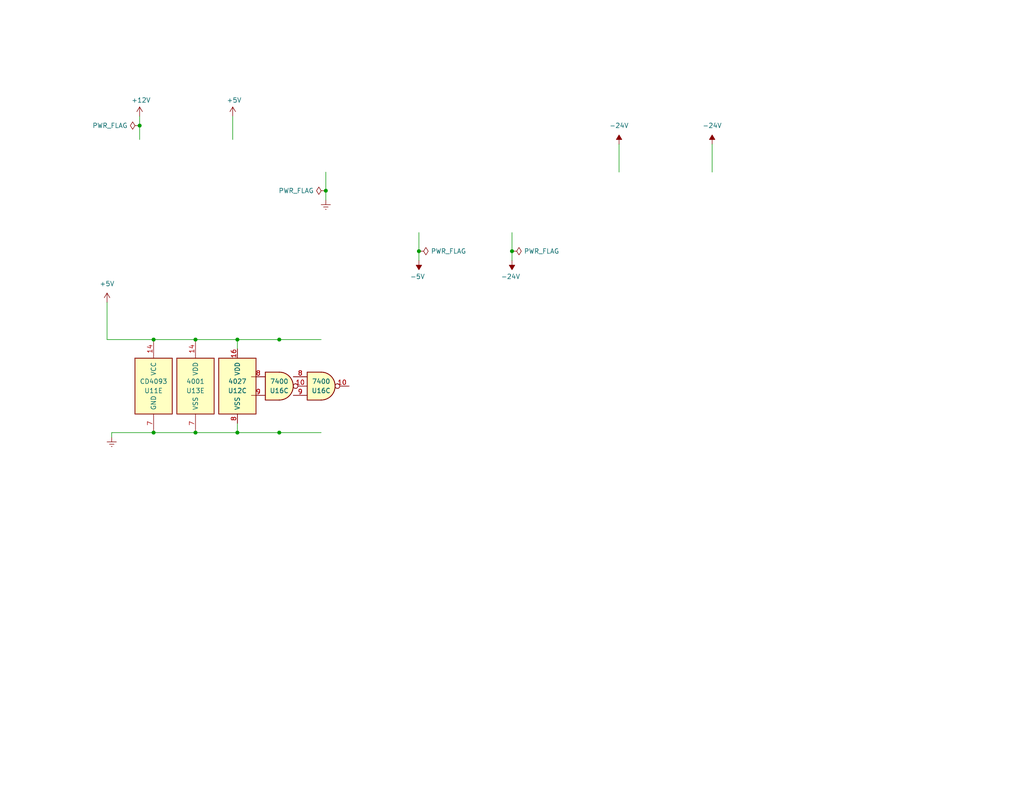
<source format=kicad_sch>
(kicad_sch (version 20230121) (generator eeschema)
  (paper "A")
  (lib_symbols
    (symbol "4xxx:4001" (pin_names (offset 1.016))
      (property "Reference" "U" (at 0 1.27 0))
      (property "Value" "4001" (at 0 -1.27 0))
      (symbol "4001_1_1"
        (arc (start -3.81 -3.81) (mid -2.589 0) (end -3.81 3.81) (stroke (width 0.254)))
        (arc (start -0.6096 -3.81) (mid 2.1842 -2.5851) (end 3.81 0) (stroke (width 0.254)) (fill (type background)))
        (polyline (pts (xy -3.81 -3.81) (xy -0.635 -3.81)) (stroke (width 0.254)) (fill (type background)))
        (polyline (pts (xy -3.81 3.81) (xy -0.635 3.81)) (stroke (width 0.254)) (fill (type background)))
        (polyline (pts (xy -0.635 3.81) (xy -3.81 3.81) (xy -3.81 3.81) (xy -3.556 3.4036) (xy -3.0226 2.2606) (xy -2.6924 1.0414) (xy -2.6162 -0.254) (xy -2.7686 -1.4986) (xy -3.175 -2.7178) (xy -3.81 -3.81) (xy -3.81 -3.81) (xy -0.635 -3.81)) (stroke (width -25.4)) (fill (type background)))
        (arc (start 3.81 0) (mid 2.1915 2.5936) (end -0.6096 3.81) (stroke (width 0.254)) (fill (type background)))
        (pin input line (at -7.62 2.54 0) (length 4.318) (name "~") (number "1"))
        (pin input line (at -7.62 -2.54 0) (length 4.318) (name "~") (number "2"))
        (pin output inverted (at 7.62 0 180) (length 3.81) (name "~") (number "3"))
      )
      (symbol "4001_1_2"
        (arc (start 0 -3.81) (mid 3.7934 0) (end 0 3.81) (stroke (width 0.254)) (fill (type background)))
        (polyline (pts (xy 0 3.81) (xy -3.81 3.81) (xy -3.81 -3.81) (xy 0 -3.81)) (stroke (width 0.254)) (fill (type background)))
        (pin input inverted (at -7.62 2.54 0) (length 3.81) (name "~") (number "1"))
        (pin input inverted (at -7.62 -2.54 0) (length 3.81) (name "~") (number "2"))
        (pin output line (at 7.62 0 180) (length 3.81) (name "~") (number "3"))
      )
      (symbol "4001_2_1"
        (arc (start -3.81 -3.81) (mid -2.589 0) (end -3.81 3.81) (stroke (width 0.254)))
        (arc (start -0.6096 -3.81) (mid 2.1842 -2.5851) (end 3.81 0) (stroke (width 0.254)) (fill (type background)))
        (polyline (pts (xy -3.81 -3.81) (xy -0.635 -3.81)) (stroke (width 0.254)) (fill (type background)))
        (polyline (pts (xy -3.81 3.81) (xy -0.635 3.81)) (stroke (width 0.254)) (fill (type background)))
        (polyline (pts (xy -0.635 3.81) (xy -3.81 3.81) (xy -3.81 3.81) (xy -3.556 3.4036) (xy -3.0226 2.2606) (xy -2.6924 1.0414) (xy -2.6162 -0.254) (xy -2.7686 -1.4986) (xy -3.175 -2.7178) (xy -3.81 -3.81) (xy -3.81 -3.81) (xy -0.635 -3.81)) (stroke (width -25.4)) (fill (type background)))
        (arc (start 3.81 0) (mid 2.1915 2.5936) (end -0.6096 3.81) (stroke (width 0.254)) (fill (type background)))
        (pin output inverted (at 7.62 0 180) (length 3.81) (name "~") (number "4"))
        (pin input line (at -7.62 2.54 0) (length 4.318) (name "~") (number "5"))
        (pin input line (at -7.62 -2.54 0) (length 4.318) (name "~") (number "6"))
      )
      (symbol "4001_2_2"
        (arc (start 0 -3.81) (mid 3.7934 0) (end 0 3.81) (stroke (width 0.254)) (fill (type background)))
        (polyline (pts (xy 0 3.81) (xy -3.81 3.81) (xy -3.81 -3.81) (xy 0 -3.81)) (stroke (width 0.254)) (fill (type background)))
        (pin output line (at 7.62 0 180) (length 3.81) (name "~") (number "4"))
        (pin input inverted (at -7.62 2.54 0) (length 3.81) (name "~") (number "5"))
        (pin input inverted (at -7.62 -2.54 0) (length 3.81) (name "~") (number "6"))
      )
      (symbol "4001_3_1"
        (arc (start -3.81 -3.81) (mid -2.589 0) (end -3.81 3.81) (stroke (width 0.254)))
        (arc (start -0.6096 -3.81) (mid 2.1842 -2.5851) (end 3.81 0) (stroke (width 0.254)) (fill (type background)))
        (polyline (pts (xy -3.81 -3.81) (xy -0.635 -3.81)) (stroke (width 0.254)) (fill (type background)))
        (polyline (pts (xy -3.81 3.81) (xy -0.635 3.81)) (stroke (width 0.254)) (fill (type background)))
        (polyline (pts (xy -0.635 3.81) (xy -3.81 3.81) (xy -3.81 3.81) (xy -3.556 3.4036) (xy -3.0226 2.2606) (xy -2.6924 1.0414) (xy -2.6162 -0.254) (xy -2.7686 -1.4986) (xy -3.175 -2.7178) (xy -3.81 -3.81) (xy -3.81 -3.81) (xy -0.635 -3.81)) (stroke (width -25.4)) (fill (type background)))
        (arc (start 3.81 0) (mid 2.1915 2.5936) (end -0.6096 3.81) (stroke (width 0.254)) (fill (type background)))
        (pin output inverted (at 7.62 0 180) (length 3.81) (name "~") (number "10"))
        (pin input line (at -7.62 2.54 0) (length 4.318) (name "~") (number "8"))
        (pin input line (at -7.62 -2.54 0) (length 4.318) (name "~") (number "9"))
      )
      (symbol "4001_3_2"
        (arc (start 0 -3.81) (mid 3.7934 0) (end 0 3.81) (stroke (width 0.254)) (fill (type background)))
        (polyline (pts (xy 0 3.81) (xy -3.81 3.81) (xy -3.81 -3.81) (xy 0 -3.81)) (stroke (width 0.254)) (fill (type background)))
        (pin output line (at 7.62 0 180) (length 3.81) (name "~") (number "10"))
        (pin input inverted (at -7.62 2.54 0) (length 3.81) (name "~") (number "8"))
        (pin input inverted (at -7.62 -2.54 0) (length 3.81) (name "~") (number "9"))
      )
      (symbol "4001_4_1"
        (arc (start -3.81 -3.81) (mid -2.589 0) (end -3.81 3.81) (stroke (width 0.254)))
        (arc (start -0.6096 -3.81) (mid 2.1842 -2.5851) (end 3.81 0) (stroke (width 0.254)) (fill (type background)))
        (polyline (pts (xy -3.81 -3.81) (xy -0.635 -3.81)) (stroke (width 0.254)) (fill (type background)))
        (polyline (pts (xy -3.81 3.81) (xy -0.635 3.81)) (stroke (width 0.254)) (fill (type background)))
        (polyline (pts (xy -0.635 3.81) (xy -3.81 3.81) (xy -3.81 3.81) (xy -3.556 3.4036) (xy -3.0226 2.2606) (xy -2.6924 1.0414) (xy -2.6162 -0.254) (xy -2.7686 -1.4986) (xy -3.175 -2.7178) (xy -3.81 -3.81) (xy -3.81 -3.81) (xy -0.635 -3.81)) (stroke (width -25.4)) (fill (type background)))
        (arc (start 3.81 0) (mid 2.1915 2.5936) (end -0.6096 3.81) (stroke (width 0.254)) (fill (type background)))
        (pin output inverted (at 7.62 0 180) (length 3.81) (name "~") (number "11"))
        (pin input line (at -7.62 2.54 0) (length 4.318) (name "~") (number "12"))
        (pin input line (at -7.62 -2.54 0) (length 4.318) (name "~") (number "13"))
      )
      (symbol "4001_4_2"
        (arc (start 0 -3.81) (mid 3.7934 0) (end 0 3.81) (stroke (width 0.254)) (fill (type background)))
        (polyline (pts (xy 0 3.81) (xy -3.81 3.81) (xy -3.81 -3.81) (xy 0 -3.81)) (stroke (width 0.254)) (fill (type background)))
        (pin output line (at 7.62 0 180) (length 3.81) (name "~") (number "11"))
        (pin input inverted (at -7.62 2.54 0) (length 3.81) (name "~") (number "12"))
        (pin input inverted (at -7.62 -2.54 0) (length 3.81) (name "~") (number "13"))
      )
      (symbol "4001_5_0"
        (pin power_in line (at 0 12.7 270) (length 5.08) (name "VDD") (number "14"))
        (pin power_in line (at 0 -12.7 90) (length 5.08) (name "VSS") (number "7"))
      )
      (symbol "4001_5_1"
        (rectangle (start -5.08 7.62) (end 5.08 -7.62) (stroke (width 0.254)) (fill (type background)))
      )
    )
    (symbol "4xxx:4011" (pin_names (offset 1.016))
      (property "Reference" "U" (at 0 1.27 0))
      (property "Value" "4011" (at 0 -1.27 0))
      (symbol "4011_1_1"
        (arc (start 0 -3.81) (mid 3.7934 0) (end 0 3.81) (stroke (width 0.254)) (fill (type background)))
        (polyline (pts (xy 0 3.81) (xy -3.81 3.81) (xy -3.81 -3.81) (xy 0 -3.81)) (stroke (width 0.254)) (fill (type background)))
        (pin input line (at -7.62 2.54 0) (length 3.81) (name "~") (number "1"))
        (pin input line (at -7.62 -2.54 0) (length 3.81) (name "~") (number "2"))
        (pin output inverted (at 7.62 0 180) (length 3.81) (name "~") (number "3"))
      )
      (symbol "4011_1_2"
        (arc (start -3.81 -3.81) (mid -2.589 0) (end -3.81 3.81) (stroke (width 0.254)))
        (arc (start -0.6096 -3.81) (mid 2.1842 -2.5851) (end 3.81 0) (stroke (width 0.254)) (fill (type background)))
        (polyline (pts (xy -3.81 -3.81) (xy -0.635 -3.81)) (stroke (width 0.254)) (fill (type background)))
        (polyline (pts (xy -3.81 3.81) (xy -0.635 3.81)) (stroke (width 0.254)) (fill (type background)))
        (polyline (pts (xy -0.635 3.81) (xy -3.81 3.81) (xy -3.81 3.81) (xy -3.556 3.4036) (xy -3.0226 2.2606) (xy -2.6924 1.0414) (xy -2.6162 -0.254) (xy -2.7686 -1.4986) (xy -3.175 -2.7178) (xy -3.81 -3.81) (xy -3.81 -3.81) (xy -0.635 -3.81)) (stroke (width -25.4)) (fill (type background)))
        (arc (start 3.81 0) (mid 2.1915 2.5936) (end -0.6096 3.81) (stroke (width 0.254)) (fill (type background)))
        (pin input inverted (at -7.62 2.54 0) (length 4.318) (name "~") (number "1"))
        (pin input inverted (at -7.62 -2.54 0) (length 4.318) (name "~") (number "2"))
        (pin output line (at 7.62 0 180) (length 3.81) (name "~") (number "3"))
      )
      (symbol "4011_2_1"
        (arc (start 0 -3.81) (mid 3.7934 0) (end 0 3.81) (stroke (width 0.254)) (fill (type background)))
        (polyline (pts (xy 0 3.81) (xy -3.81 3.81) (xy -3.81 -3.81) (xy 0 -3.81)) (stroke (width 0.254)) (fill (type background)))
        (pin output inverted (at 7.62 0 180) (length 3.81) (name "~") (number "4"))
        (pin input line (at -7.62 2.54 0) (length 3.81) (name "~") (number "5"))
        (pin input line (at -7.62 -2.54 0) (length 3.81) (name "~") (number "6"))
      )
      (symbol "4011_2_2"
        (arc (start -3.81 -3.81) (mid -2.589 0) (end -3.81 3.81) (stroke (width 0.254)))
        (arc (start -0.6096 -3.81) (mid 2.1842 -2.5851) (end 3.81 0) (stroke (width 0.254)) (fill (type background)))
        (polyline (pts (xy -3.81 -3.81) (xy -0.635 -3.81)) (stroke (width 0.254)) (fill (type background)))
        (polyline (pts (xy -3.81 3.81) (xy -0.635 3.81)) (stroke (width 0.254)) (fill (type background)))
        (polyline (pts (xy -0.635 3.81) (xy -3.81 3.81) (xy -3.81 3.81) (xy -3.556 3.4036) (xy -3.0226 2.2606) (xy -2.6924 1.0414) (xy -2.6162 -0.254) (xy -2.7686 -1.4986) (xy -3.175 -2.7178) (xy -3.81 -3.81) (xy -3.81 -3.81) (xy -0.635 -3.81)) (stroke (width -25.4)) (fill (type background)))
        (arc (start 3.81 0) (mid 2.1915 2.5936) (end -0.6096 3.81) (stroke (width 0.254)) (fill (type background)))
        (pin output line (at 7.62 0 180) (length 3.81) (name "~") (number "4"))
        (pin input inverted (at -7.62 2.54 0) (length 4.318) (name "~") (number "5"))
        (pin input inverted (at -7.62 -2.54 0) (length 4.318) (name "~") (number "6"))
      )
      (symbol "4011_3_1"
        (arc (start 0 -3.81) (mid 3.7934 0) (end 0 3.81) (stroke (width 0.254)) (fill (type background)))
        (polyline (pts (xy 0 3.81) (xy -3.81 3.81) (xy -3.81 -3.81) (xy 0 -3.81)) (stroke (width 0.254)) (fill (type background)))
        (pin output inverted (at 7.62 0 180) (length 3.81) (name "~") (number "10"))
        (pin input line (at -7.62 2.54 0) (length 3.81) (name "~") (number "8"))
        (pin input line (at -7.62 -2.54 0) (length 3.81) (name "~") (number "9"))
      )
      (symbol "4011_3_2"
        (arc (start -3.81 -3.81) (mid -2.589 0) (end -3.81 3.81) (stroke (width 0.254)))
        (arc (start -0.6096 -3.81) (mid 2.1842 -2.5851) (end 3.81 0) (stroke (width 0.254)) (fill (type background)))
        (polyline (pts (xy -3.81 -3.81) (xy -0.635 -3.81)) (stroke (width 0.254)) (fill (type background)))
        (polyline (pts (xy -3.81 3.81) (xy -0.635 3.81)) (stroke (width 0.254)) (fill (type background)))
        (polyline (pts (xy -0.635 3.81) (xy -3.81 3.81) (xy -3.81 3.81) (xy -3.556 3.4036) (xy -3.0226 2.2606) (xy -2.6924 1.0414) (xy -2.6162 -0.254) (xy -2.7686 -1.4986) (xy -3.175 -2.7178) (xy -3.81 -3.81) (xy -3.81 -3.81) (xy -0.635 -3.81)) (stroke (width -25.4)) (fill (type background)))
        (arc (start 3.81 0) (mid 2.1915 2.5936) (end -0.6096 3.81) (stroke (width 0.254)) (fill (type background)))
        (pin output line (at 7.62 0 180) (length 3.81) (name "~") (number "10"))
        (pin input inverted (at -7.62 2.54 0) (length 4.318) (name "~") (number "8"))
        (pin input inverted (at -7.62 -2.54 0) (length 4.318) (name "~") (number "9"))
      )
      (symbol "4011_4_1"
        (arc (start 0 -3.81) (mid 3.7934 0) (end 0 3.81) (stroke (width 0.254)) (fill (type background)))
        (polyline (pts (xy 0 3.81) (xy -3.81 3.81) (xy -3.81 -3.81) (xy 0 -3.81)) (stroke (width 0.254)) (fill (type background)))
        (pin output inverted (at 7.62 0 180) (length 3.81) (name "~") (number "11"))
        (pin input line (at -7.62 2.54 0) (length 3.81) (name "~") (number "12"))
        (pin input line (at -7.62 -2.54 0) (length 3.81) (name "~") (number "13"))
      )
      (symbol "4011_4_2"
        (arc (start -3.81 -3.81) (mid -2.589 0) (end -3.81 3.81) (stroke (width 0.254)))
        (arc (start -0.6096 -3.81) (mid 2.1842 -2.5851) (end 3.81 0) (stroke (width 0.254)) (fill (type background)))
        (polyline (pts (xy -3.81 -3.81) (xy -0.635 -3.81)) (stroke (width 0.254)) (fill (type background)))
        (polyline (pts (xy -3.81 3.81) (xy -0.635 3.81)) (stroke (width 0.254)) (fill (type background)))
        (polyline (pts (xy -0.635 3.81) (xy -3.81 3.81) (xy -3.81 3.81) (xy -3.556 3.4036) (xy -3.0226 2.2606) (xy -2.6924 1.0414) (xy -2.6162 -0.254) (xy -2.7686 -1.4986) (xy -3.175 -2.7178) (xy -3.81 -3.81) (xy -3.81 -3.81) (xy -0.635 -3.81)) (stroke (width -25.4)) (fill (type background)))
        (arc (start 3.81 0) (mid 2.1915 2.5936) (end -0.6096 3.81) (stroke (width 0.254)) (fill (type background)))
        (pin output line (at 7.62 0 180) (length 3.81) (name "~") (number "11"))
        (pin input inverted (at -7.62 2.54 0) (length 4.318) (name "~") (number "12"))
        (pin input inverted (at -7.62 -2.54 0) (length 4.318) (name "~") (number "13"))
      )
      (symbol "4011_5_0"
        (pin power_in line (at 0 12.7 270) (length 5.08) (name "VDD") (number "14"))
        (pin power_in line (at 0 -12.7 90) (length 5.08) (name "VSS") (number "7"))
      )
      (symbol "4011_5_1"
        (rectangle (start -5.08 7.62) (end 5.08 -7.62) (stroke (width 0.254)) (fill (type background)))
      )
    )
    (symbol "4xxx:4027" (pin_names (offset 1.016))
      (property "Reference" "U" (at -7.62 8.89 0))
      (property "Value" "4027" (at -7.62 -8.89 0))
      (symbol "4027_1_1"
        (rectangle (start -5.08 5.08) (end 5.08 -5.08) (stroke (width 0.254)) (fill (type background)))
        (pin output line (at 7.62 2.54 180) (length 2.54) (name "Q") (number "1"))
        (pin output line (at 7.62 -2.54 180) (length 2.54) (name "~{Q}") (number "2"))
        (pin input clock (at -7.62 0 0) (length 2.54) (name "C") (number "3"))
        (pin input line (at 0 -7.62 90) (length 2.54) (name "R") (number "4"))
        (pin input line (at -7.62 -2.54 0) (length 2.54) (name "K") (number "5"))
        (pin input line (at -7.62 2.54 0) (length 2.54) (name "J") (number "6"))
        (pin input line (at 0 7.62 270) (length 2.54) (name "S") (number "7"))
      )
      (symbol "4027_2_1"
        (rectangle (start -5.08 5.08) (end 5.08 -5.08) (stroke (width 0.254)) (fill (type background)))
        (pin input line (at -7.62 2.54 0) (length 2.54) (name "J") (number "10"))
        (pin input line (at -7.62 -2.54 0) (length 2.54) (name "K") (number "11"))
        (pin input line (at 0 -7.62 90) (length 2.54) (name "R") (number "12"))
        (pin input clock (at -7.62 0 0) (length 2.54) (name "C") (number "13"))
        (pin output line (at 7.62 -2.54 180) (length 2.54) (name "~{Q}") (number "14"))
        (pin output line (at 7.62 2.54 180) (length 2.54) (name "Q") (number "15"))
        (pin input line (at 0 7.62 270) (length 2.54) (name "S") (number "9"))
      )
      (symbol "4027_3_0"
        (pin power_in line (at 0 10.16 270) (length 2.54) (name "VDD") (number "16"))
        (pin power_in line (at 0 -10.16 90) (length 2.54) (name "VSS") (number "8"))
      )
      (symbol "4027_3_1"
        (rectangle (start -5.08 7.62) (end 5.08 -7.62) (stroke (width 0.254)) (fill (type background)))
      )
    )
    (symbol "4xxx:HEF4093B" (pin_names (offset 1.016))
      (property "Reference" "U" (at 0 1.27 0))
      (property "Value" "HEF4093B" (at 0 -1.27 0))
      (symbol "HEF4093B_1_0"
        (polyline (pts (xy -0.635 -1.27) (xy -0.635 1.27) (xy 0.635 1.27)))
        (polyline (pts (xy -0.635 -1.27) (xy -0.635 1.27) (xy 0.635 1.27)))
        (polyline (pts (xy -1.27 -1.27) (xy 0.635 -1.27) (xy 0.635 1.27) (xy 1.27 1.27)))
        (polyline (pts (xy -1.27 -1.27) (xy 0.635 -1.27) (xy 0.635 1.27) (xy 1.27 1.27)))
      )
      (symbol "HEF4093B_1_1"
        (arc (start 0 -3.81) (mid 3.7934 0) (end 0 3.81) (stroke (width 0.254)) (fill (type background)))
        (polyline (pts (xy 0 3.81) (xy -3.81 3.81) (xy -3.81 -3.81) (xy 0 -3.81)) (stroke (width 0.254)) (fill (type background)))
        (pin input line (at -7.62 2.54 0) (length 3.81) (name "~") (number "1"))
        (pin input line (at -7.62 -2.54 0) (length 3.81) (name "~") (number "2"))
        (pin output inverted (at 7.62 0 180) (length 3.81) (name "~") (number "3"))
      )
      (symbol "HEF4093B_1_2"
        (arc (start -3.81 -3.81) (mid -2.589 0) (end -3.81 3.81) (stroke (width 0.254)))
        (arc (start -0.6096 -3.81) (mid 2.1842 -2.5851) (end 3.81 0) (stroke (width 0.254)) (fill (type background)))
        (polyline (pts (xy -3.81 -3.81) (xy -0.635 -3.81)) (stroke (width 0.254)) (fill (type background)))
        (polyline (pts (xy -3.81 3.81) (xy -0.635 3.81)) (stroke (width 0.254)) (fill (type background)))
        (polyline (pts (xy -0.635 3.81) (xy -3.81 3.81) (xy -3.81 3.81) (xy -3.556 3.4036) (xy -3.0226 2.2606) (xy -2.6924 1.0414) (xy -2.6162 -0.254) (xy -2.7686 -1.4986) (xy -3.175 -2.7178) (xy -3.81 -3.81) (xy -3.81 -3.81) (xy -0.635 -3.81)) (stroke (width -25.4)) (fill (type background)))
        (arc (start 3.81 0) (mid 2.1915 2.5936) (end -0.6096 3.81) (stroke (width 0.254)) (fill (type background)))
        (pin input inverted (at -7.62 2.54 0) (length 4.318) (name "~") (number "1"))
        (pin input inverted (at -7.62 -2.54 0) (length 4.318) (name "~") (number "2"))
        (pin output line (at 7.62 0 180) (length 3.81) (name "~") (number "3"))
      )
      (symbol "HEF4093B_2_0"
        (polyline (pts (xy -0.635 -1.27) (xy -0.635 1.27) (xy 0.635 1.27)))
        (polyline (pts (xy -0.635 -1.27) (xy -0.635 1.27) (xy 0.635 1.27)))
        (polyline (pts (xy -1.27 -1.27) (xy 0.635 -1.27) (xy 0.635 1.27) (xy 1.27 1.27)))
        (polyline (pts (xy -1.27 -1.27) (xy 0.635 -1.27) (xy 0.635 1.27) (xy 1.27 1.27)))
      )
      (symbol "HEF4093B_2_1"
        (arc (start 0 -3.81) (mid 3.7934 0) (end 0 3.81) (stroke (width 0.254)) (fill (type background)))
        (polyline (pts (xy 0 3.81) (xy -3.81 3.81) (xy -3.81 -3.81) (xy 0 -3.81)) (stroke (width 0.254)) (fill (type background)))
        (pin output inverted (at 7.62 0 180) (length 3.81) (name "~") (number "4"))
        (pin input line (at -7.62 2.54 0) (length 3.81) (name "~") (number "5"))
        (pin input line (at -7.62 -2.54 0) (length 3.81) (name "~") (number "6"))
      )
      (symbol "HEF4093B_2_2"
        (arc (start -3.81 -3.81) (mid -2.589 0) (end -3.81 3.81) (stroke (width 0.254)))
        (arc (start -0.6096 -3.81) (mid 2.1842 -2.5851) (end 3.81 0) (stroke (width 0.254)) (fill (type background)))
        (polyline (pts (xy -3.81 -3.81) (xy -0.635 -3.81)) (stroke (width 0.254)) (fill (type background)))
        (polyline (pts (xy -3.81 3.81) (xy -0.635 3.81)) (stroke (width 0.254)) (fill (type background)))
        (polyline (pts (xy -0.635 3.81) (xy -3.81 3.81) (xy -3.81 3.81) (xy -3.556 3.4036) (xy -3.0226 2.2606) (xy -2.6924 1.0414) (xy -2.6162 -0.254) (xy -2.7686 -1.4986) (xy -3.175 -2.7178) (xy -3.81 -3.81) (xy -3.81 -3.81) (xy -0.635 -3.81)) (stroke (width -25.4)) (fill (type background)))
        (arc (start 3.81 0) (mid 2.1915 2.5936) (end -0.6096 3.81) (stroke (width 0.254)) (fill (type background)))
        (pin output line (at 7.62 0 180) (length 3.81) (name "~") (number "4"))
        (pin input inverted (at -7.62 2.54 0) (length 4.318) (name "~") (number "5"))
        (pin input inverted (at -7.62 -2.54 0) (length 4.318) (name "~") (number "6"))
      )
      (symbol "HEF4093B_3_0"
        (polyline (pts (xy -0.635 -1.27) (xy -0.635 1.27) (xy 0.635 1.27)))
        (polyline (pts (xy -0.635 -1.27) (xy -0.635 1.27) (xy 0.635 1.27)))
        (polyline (pts (xy -1.27 -1.27) (xy 0.635 -1.27) (xy 0.635 1.27) (xy 1.27 1.27)))
        (polyline (pts (xy -1.27 -1.27) (xy 0.635 -1.27) (xy 0.635 1.27) (xy 1.27 1.27)))
      )
      (symbol "HEF4093B_3_1"
        (arc (start 0 -3.81) (mid 3.7934 0) (end 0 3.81) (stroke (width 0.254)) (fill (type background)))
        (polyline (pts (xy 0 3.81) (xy -3.81 3.81) (xy -3.81 -3.81) (xy 0 -3.81)) (stroke (width 0.254)) (fill (type background)))
        (pin output inverted (at 7.62 0 180) (length 3.81) (name "~") (number "10"))
        (pin input line (at -7.62 2.54 0) (length 3.81) (name "~") (number "8"))
        (pin input line (at -7.62 -2.54 0) (length 3.81) (name "~") (number "9"))
      )
      (symbol "HEF4093B_3_2"
        (arc (start -3.81 -3.81) (mid -2.589 0) (end -3.81 3.81) (stroke (width 0.254)))
        (arc (start -0.6096 -3.81) (mid 2.1842 -2.5851) (end 3.81 0) (stroke (width 0.254)) (fill (type background)))
        (polyline (pts (xy -3.81 -3.81) (xy -0.635 -3.81)) (stroke (width 0.254)) (fill (type background)))
        (polyline (pts (xy -3.81 3.81) (xy -0.635 3.81)) (stroke (width 0.254)) (fill (type background)))
        (polyline (pts (xy -0.635 3.81) (xy -3.81 3.81) (xy -3.81 3.81) (xy -3.556 3.4036) (xy -3.0226 2.2606) (xy -2.6924 1.0414) (xy -2.6162 -0.254) (xy -2.7686 -1.4986) (xy -3.175 -2.7178) (xy -3.81 -3.81) (xy -3.81 -3.81) (xy -0.635 -3.81)) (stroke (width -25.4)) (fill (type background)))
        (arc (start 3.81 0) (mid 2.1915 2.5936) (end -0.6096 3.81) (stroke (width 0.254)) (fill (type background)))
        (pin output line (at 7.62 0 180) (length 3.81) (name "~") (number "10"))
        (pin input inverted (at -7.62 2.54 0) (length 4.318) (name "~") (number "8"))
        (pin input inverted (at -7.62 -2.54 0) (length 4.318) (name "~") (number "9"))
      )
      (symbol "HEF4093B_4_0"
        (polyline (pts (xy -0.635 -1.27) (xy -0.635 1.27) (xy 0.635 1.27)))
        (polyline (pts (xy -0.635 -1.27) (xy -0.635 1.27) (xy 0.635 1.27)))
        (polyline (pts (xy -1.27 -1.27) (xy 0.635 -1.27) (xy 0.635 1.27) (xy 1.27 1.27)))
        (polyline (pts (xy -1.27 -1.27) (xy 0.635 -1.27) (xy 0.635 1.27) (xy 1.27 1.27)))
      )
      (symbol "HEF4093B_4_1"
        (arc (start 0 -3.81) (mid 3.7934 0) (end 0 3.81) (stroke (width 0.254)) (fill (type background)))
        (polyline (pts (xy 0 3.81) (xy -3.81 3.81) (xy -3.81 -3.81) (xy 0 -3.81)) (stroke (width 0.254)) (fill (type background)))
        (pin output inverted (at 7.62 0 180) (length 3.81) (name "~") (number "11"))
        (pin input line (at -7.62 2.54 0) (length 3.81) (name "~") (number "12"))
        (pin input line (at -7.62 -2.54 0) (length 3.81) (name "~") (number "13"))
      )
      (symbol "HEF4093B_4_2"
        (arc (start -3.81 -3.81) (mid -2.589 0) (end -3.81 3.81) (stroke (width 0.254)))
        (arc (start -0.6096 -3.81) (mid 2.1842 -2.5851) (end 3.81 0) (stroke (width 0.254)) (fill (type background)))
        (polyline (pts (xy -3.81 -3.81) (xy -0.635 -3.81)) (stroke (width 0.254)) (fill (type background)))
        (polyline (pts (xy -3.81 3.81) (xy -0.635 3.81)) (stroke (width 0.254)) (fill (type background)))
        (polyline (pts (xy -0.635 3.81) (xy -3.81 3.81) (xy -3.81 3.81) (xy -3.556 3.4036) (xy -3.0226 2.2606) (xy -2.6924 1.0414) (xy -2.6162 -0.254) (xy -2.7686 -1.4986) (xy -3.175 -2.7178) (xy -3.81 -3.81) (xy -3.81 -3.81) (xy -0.635 -3.81)) (stroke (width -25.4)) (fill (type background)))
        (arc (start 3.81 0) (mid 2.1915 2.5936) (end -0.6096 3.81) (stroke (width 0.254)) (fill (type background)))
        (pin output line (at 7.62 0 180) (length 3.81) (name "~") (number "11"))
        (pin input inverted (at -7.62 2.54 0) (length 4.318) (name "~") (number "12"))
        (pin input inverted (at -7.62 -2.54 0) (length 4.318) (name "~") (number "13"))
      )
      (symbol "HEF4093B_5_0"
        (pin power_in line (at 0 12.7 270) (length 5.08) (name "VCC") (number "14"))
        (pin power_in line (at 0 -12.7 90) (length 5.08) (name "GND") (number "7"))
      )
      (symbol "HEF4093B_5_1"
        (rectangle (start -5.08 7.62) (end 5.08 -7.62) (stroke (width 0.254)) (fill (type background)))
      )
    )
    (symbol "Edu-80_Symbols:~VF1" (power) (pin_names (offset 0))
      (property "Value" "~VF1" (at 0 3.81 0))
      (symbol "~VF1_0_0"
        (pin power_in line (at 0 0 90) (length 0) hide (name "-24V") (number "1"))
      )
      (symbol "~VF1_0_1"
        (polyline (pts (xy 0 0) (xy 0 1.27) (xy 0.762 1.27) (xy 0 2.54) (xy -0.762 1.27) (xy 0 1.27)) (fill (type outline)))
      )
    )
    (symbol "Edu-80_Symbols:~VF2" (power) (pin_names (offset 0))
      (property "Value" "~VF2" (at 0 3.81 0))
      (symbol "~VF2_0_0"
        (pin power_in line (at 0 0 90) (length 0) hide (name "-24V") (number "1"))
      )
      (symbol "~VF2_0_1"
        (polyline (pts (xy 0 0) (xy 0 1.27) (xy 0.762 1.27) (xy 0 2.54) (xy -0.762 1.27) (xy 0 1.27)) (fill (type outline)))
      )
    )
    (symbol "power:+12V" (power) (pin_names (offset 0))
      (property "Value" "+12V" (at 0 3.556 0))
      (symbol "+12V_0_1"
        (polyline (pts (xy -0.762 1.27) (xy 0 2.54)))
        (polyline (pts (xy 0 0) (xy 0 2.54)))
        (polyline (pts (xy 0 2.54) (xy 0.762 1.27)))
      )
      (symbol "+12V_1_1"
        (pin power_in line (at 0 0 90) (length 0) hide (name "+12V") (number "1"))
      )
    )
    (symbol "power:+5V" (power) (pin_names (offset 0))
      (property "Value" "+5V" (at 0 3.556 0))
      (symbol "+5V_0_1"
        (polyline (pts (xy -0.762 1.27) (xy 0 2.54)))
        (polyline (pts (xy 0 0) (xy 0 2.54)))
        (polyline (pts (xy 0 2.54) (xy 0.762 1.27)))
      )
      (symbol "+5V_1_1"
        (pin power_in line (at 0 0 90) (length 0) hide (name "+5V") (number "1"))
      )
    )
    (symbol "power:-24V" (power) (pin_names (offset 0))
      (property "Value" "-24V" (at 0 3.81 0))
      (symbol "-24V_0_0"
        (pin power_in line (at 0 0 90) (length 0) hide (name "-24V") (number "1"))
      )
      (symbol "-24V_0_1"
        (polyline (pts (xy 0 0) (xy 0 1.27) (xy 0.762 1.27) (xy 0 2.54) (xy -0.762 1.27) (xy 0 1.27)) (fill (type outline)))
      )
    )
    (symbol "power:-5V" (power) (pin_names (offset 0))
      (property "Value" "-5V" (at 0 3.81 0))
      (symbol "-5V_0_0"
        (pin power_in line (at 0 0 90) (length 0) hide (name "-5V") (number "1"))
      )
      (symbol "-5V_0_1"
        (polyline (pts (xy 0 0) (xy 0 1.27) (xy 0.762 1.27) (xy 0 2.54) (xy -0.762 1.27) (xy 0 1.27)) (fill (type outline)))
      )
    )
    (symbol "power:Earth" (power) (pin_names (offset 0))
      (symbol "Earth_0_1"
        (polyline (pts (xy -0.635 -1.905) (xy 0.635 -1.905)))
        (polyline (pts (xy -0.127 -2.54) (xy 0.127 -2.54)))
        (polyline (pts (xy 0 -1.27) (xy 0 0)))
        (polyline (pts (xy 1.27 -1.27) (xy -1.27 -1.27)))
      )
      (symbol "Earth_1_1"
        (pin power_in line (at 0 0 270) (length 0) hide (name "Earth") (number "1"))
      )
    )
    (symbol "power:PWR_FLAG" (power) (pin_numbers hide) (pin_names (offset 0) hide)
      (property "Value" "PWR_FLAG" (at 0 3.81 0))
      (symbol "PWR_FLAG_0_0"
        (pin power_out line (at 0 0 90) (length 0) (name "pwr") (number "1"))
      )
      (symbol "PWR_FLAG_0_1"
        (polyline (pts (xy 0 0) (xy 0 1.27) (xy -1.016 1.905) (xy 0 2.54) (xy 1.016 1.905) (xy 0 1.27)))
      )
    )
  )
  (junction (at 76.2 92.71))
  (junction (at 41.91 92.71))
  (junction (at 38.1 34.29))
  (junction (at 64.77 118.11))
  (junction (at 53.34 92.71))
  (junction (at 76.2 118.11))
  (junction (at 114.3 68.58))
  (junction (at 64.77 92.71))
  (junction (at 41.91 118.11))
  (junction (at 53.34 118.11))
  (junction (at 88.9 52.07))
  (junction (at 139.7 68.58))
  (wire (pts (xy 64.77 115.57) (xy 64.77 118.11)))
  (wire (pts (xy 41.91 92.71) (xy 53.34 92.71)))
  (wire (pts (xy 38.1 34.29) (xy 38.1 38.1)))
  (wire (pts (xy 139.7 71.12) (xy 139.7 68.58)))
  (wire (pts (xy 76.2 92.71) (xy 87.63 92.71)))
  (wire (pts (xy 64.77 92.71) (xy 76.2 92.71)))
  (wire (pts (xy 41.91 118.11) (xy 53.34 118.11)))
  (wire (pts (xy 38.1 31.75) (xy 38.1 34.29)))
  (wire (pts (xy 194.31 39.37) (xy 194.31 46.99)))
  (wire (pts (xy 139.7 68.58) (xy 139.7 63.5)))
  (wire (pts (xy 64.77 118.11) (xy 53.34 118.11)))
  (wire (pts (xy 63.5 31.75) (xy 63.5 38.1)))
  (wire (pts (xy 64.77 118.11) (xy 76.2 118.11)))
  (wire (pts (xy 114.3 71.12) (xy 114.3 68.58)))
  (wire (pts (xy 41.91 118.11) (xy 30.48 118.11)))
  (wire (pts (xy 29.21 92.71) (xy 41.91 92.71)))
  (wire (pts (xy 29.21 92.71) (xy 29.21 82.55)))
  (wire (pts (xy 88.9 52.07) (xy 88.9 46.99)))
  (wire (pts (xy 76.2 118.11) (xy 87.63 118.11)))
  (wire (pts (xy 168.91 39.37) (xy 168.91 46.99)))
  (wire (pts (xy 53.34 92.71) (xy 64.77 92.71)))
  (wire (pts (xy 64.77 92.71) (xy 64.77 95.25)))
  (wire (pts (xy 114.3 68.58) (xy 114.3 63.5)))
  (wire (pts (xy 30.48 118.11) (xy 30.48 119.38)))
  (wire (pts (xy 88.9 54.61) (xy 88.9 52.07)))
  (symbol (lib_id "power:+12V") (at 38.1 31.75 0) (unit 1)
    (property "Reference" "#PWR0197" (effects hide))
    (property "Value" "+12V" (at 38.481 27.3558 0))
  )
  (symbol (lib_id "power:+5V") (at 63.5 31.75 0) (unit 1)
    (property "Reference" "#PWR0198" (effects hide))
    (property "Value" "+5V" (at 63.881 27.3558 0))
  )
  (symbol (lib_id "power:Earth") (at 88.9 54.61 0) (unit 1)
    (property "Reference" "#PWR0199" (effects hide))
    (property "Value" "Earth" (effects hide))
  )
  (symbol (lib_id "power:-5V") (at 114.3 71.12 180) (unit 1)
    (property "Reference" "#PWR0200" (effects hide))
    (property "Value" "-5V" (at 113.919 75.5142 0))
  )
  (symbol (lib_id "power:-24V") (at 139.7 71.12 180) (unit 1)
    (property "Reference" "#PWR0201" (effects hide))
    (property "Value" "-24V" (at 139.319 75.5142 0))
  )
  (symbol (lib_id "power:PWR_FLAG") (at 38.1 34.29 90) (unit 1)
    (property "Reference" "#FLG0101" (effects hide))
    (property "Value" "PWR_FLAG" (at 34.8488 34.29 90) (effects (justify left)))
    (instances (project "edu-80" (path "" (reference "#FLG0101") (unit 1)) (path "" (reference "#FLG?") (unit 1))))
  )
  (symbol (lib_id "power:PWR_FLAG") (at 88.9 52.07 90) (unit 1)
    (property "Reference" "#FLG0104" (effects hide))
    (property "Value" "PWR_FLAG" (at 85.6488 52.07 90) (effects (justify left)))
    (instances (project "edu-80" (path "" (reference "#FLG0104") (unit 1)) (path "" (reference "#FLG?") (unit 1))))
  )
  (symbol (lib_id "power:PWR_FLAG") (at 114.3 68.58 270) (unit 1)
    (property "Reference" "#FLG0105" (effects hide))
    (property "Value" "PWR_FLAG" (at 117.5512 68.58 90) (effects (justify left)))
    (instances (project "edu-80" (path "" (reference "#FLG0105") (unit 1)) (path "" (reference "#FLG?") (unit 1))))
  )
  (symbol (lib_id "power:PWR_FLAG") (at 139.7 68.58 270) (unit 1)
    (property "Reference" "#FLG0106" (effects hide))
    (property "Value" "PWR_FLAG" (at 142.9512 68.58 90) (effects (justify left)))
    (instances (project "edu-80" (path "" (reference "#FLG0106") (unit 1)) (path "" (reference "#FLG?") (unit 1))))
  )
  (symbol (lib_id "4xxx:4027") (at 64.77 105.41 0) (unit 3)
    (property "Reference" "U12" (at 64.77 106.68 0))
    (property "Value" "4027" (at 64.77 104.14 0))
    (property "Datasheet" "http://www.intersil.com/content/dam/Intersil/documents/cd40/cd4027bms.pdf" (effects hide))
  )
  (symbol (lib_id "power:Earth") (at 30.48 119.38 0) (unit 1)
    (property "Reference" "#PWR03" (effects hide))
    (property "Value" "Earth" (effects hide))
    (instances (project "edu-80" (path "" (reference "#PWR03") (unit 1)) (path "" (reference "#PWR04") (unit 1))))
  )
  (symbol (lib_id "Edu-80_Symbols:~VF2") (at 194.31 39.37 0) (unit 1)
    (property "Reference" "#PWR06" (effects hide))
    (property "Value" "~VF2" (at 194.31 34.29 0))
  )
  (symbol (lib_id "4xxx:4011") (at 76.2 105.41 0) (unit 3)
    (property "Reference" "U16" (at 76.2 106.68 0))
    (property "Value" "7400" (at 76.2 104.14 0))
    (property "Datasheet" "http://www.ti.com/lit/gpn/sn7400" (effects hide))
    (instances (project "edu-80" (path "" (reference "U16") (unit 3)) (path "" (reference "U15") (unit 5))))
  )
  (symbol (lib_id "power:+5V") (at 29.21 82.55 0) (unit 1)
    (property "Reference" "#PWR04" (effects hide))
    (property "Value" "+5V" (at 29.21 77.47 0))
    (instances (project "edu-80" (path "" (reference "#PWR04") (unit 1)) (path "" (reference "#PWR03") (unit 1))))
  )
  (symbol (lib_id "4xxx:4001") (at 53.34 105.41 0) (unit 5)
    (property "Reference" "U13" (at 53.34 106.68 0))
    (property "Value" "4001" (at 53.34 104.14 0))
    (property "Datasheet" "http://www.intersil.com/content/dam/Intersil/documents/cd40/cd4000bms-01bms-02bms-25bms.pdf" (effects hide))
  )
  (symbol (lib_id "4xxx:HEF4093B") (at 41.91 105.41 0) (unit 5)
    (property "Reference" "U11" (at 41.91 106.68 0))
    (property "Value" "CD4093" (at 41.91 104.14 0))
  )
  (symbol (lib_id "Edu-80_Symbols:~VF1") (at 168.91 39.37 0) (unit 1)
    (property "Reference" "#PWR05" (effects hide))
    (property "Value" "~VF1" (at 168.91 34.29 0))
  )
  (symbol (lib_id "4xxx:4011") (at 87.63 105.41 0) (unit 3)
    (property "Reference" "U16" (at 87.63 106.68 0))
    (property "Value" "7400" (at 87.63 104.14 0))
    (property "Datasheet" "http://www.ti.com/lit/gpn/sn7400" (effects hide))
    (instances (project "edu-80" (path "" (reference "U16") (unit 3)) (path "" (reference "U16") (unit 5))))
  )
)
</source>
